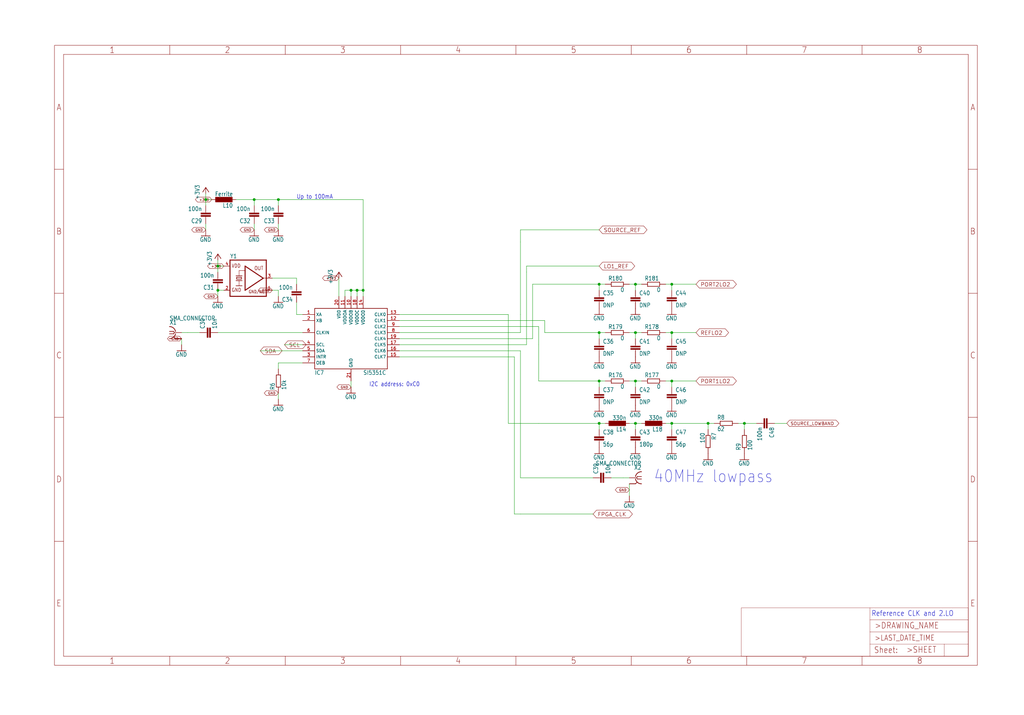
<source format=kicad_sch>
(kicad_sch (version 20210615) (generator eeschema)
  (paper "User" 429.793 300.279)
  (lib_symbols
    (symbol "VNA-eagle-import:+3V3" (power)
      (property "Value" "+3V3" (at -2.54 -5.08 90))
      (symbol "+3V3_1_0"
        (polyline (pts (xy 0 0) (xy -1.27 -1.905)) (stroke (width 0.254)))
        (polyline (pts (xy 1.27 -1.905) (xy 0 0)) (stroke (width 0.254)))
        (pin power_in line (at 0 -2.54 90) (length 2.54) (name "+3V3") (number "1"))
      )
    )
    (symbol "VNA-eagle-import:A3L-LOC"
      (symbol "A3L-LOC_0_0"
        (text "1" (at 24.2094 1.905 0) (effects (font (size 2.54 2.286))))
        (text "1" (at 24.2094 258.445 0) (effects (font (size 2.54 2.286))))
        (text "2" (at 72.6281 1.905 0) (effects (font (size 2.54 2.286))))
        (text "2" (at 72.6281 258.445 0) (effects (font (size 2.54 2.286))))
        (text "3" (at 121.0469 1.905 0) (effects (font (size 2.54 2.286))))
        (text "3" (at 121.0469 258.445 0) (effects (font (size 2.54 2.286))))
        (text "4" (at 169.4656 1.905 0) (effects (font (size 2.54 2.286))))
        (text "4" (at 169.4656 258.445 0) (effects (font (size 2.54 2.286))))
        (text "5" (at 217.8844 1.905 0) (effects (font (size 2.54 2.286))))
        (text "5" (at 217.8844 258.445 0) (effects (font (size 2.54 2.286))))
        (text "6" (at 266.3031 1.905 0) (effects (font (size 2.54 2.286))))
        (text "6" (at 266.3031 258.445 0) (effects (font (size 2.54 2.286))))
        (text "7" (at 314.7219 1.905 0) (effects (font (size 2.54 2.286))))
        (text "7" (at 314.7219 258.445 0) (effects (font (size 2.54 2.286))))
        (text "8" (at 363.1406 1.905 0) (effects (font (size 2.54 2.286))))
        (text "8" (at 363.1406 258.445 0) (effects (font (size 2.54 2.286))))
        (text "A" (at 1.905 234.315 0) (effects (font (size 2.54 2.286))))
        (text "A" (at 385.445 234.315 0) (effects (font (size 2.54 2.286))))
        (text "B" (at 1.905 182.245 0) (effects (font (size 2.54 2.286))))
        (text "B" (at 385.445 182.245 0) (effects (font (size 2.54 2.286))))
        (text "C" (at 1.905 130.175 0) (effects (font (size 2.54 2.286))))
        (text "C" (at 385.445 130.175 0) (effects (font (size 2.54 2.286))))
        (text "D" (at 1.905 78.105 0) (effects (font (size 2.54 2.286))))
        (text "D" (at 385.445 78.105 0) (effects (font (size 2.54 2.286))))
        (text "E" (at 1.905 26.035 0) (effects (font (size 2.54 2.286))))
        (text "E" (at 385.445 26.035 0) (effects (font (size 2.54 2.286))))
        (polyline (pts (xy 0 52.07) (xy 3.81 52.07)))
        (polyline (pts (xy 0 104.14) (xy 3.81 104.14)))
        (polyline (pts (xy 0 156.21) (xy 3.81 156.21)))
        (polyline (pts (xy 0 208.28) (xy 3.81 208.28)))
        (polyline (pts (xy 3.81 3.81) (xy 3.81 256.54)))
        (polyline (pts (xy 48.4188 0) (xy 48.4188 3.81)))
        (polyline (pts (xy 48.4188 256.54) (xy 48.4188 260.35)))
        (polyline (pts (xy 96.8375 0) (xy 96.8375 3.81)))
        (polyline (pts (xy 96.8375 256.54) (xy 96.8375 260.35)))
        (polyline (pts (xy 145.2563 0) (xy 145.2563 3.81)))
        (polyline (pts (xy 145.2563 256.54) (xy 145.2563 260.35)))
        (polyline (pts (xy 193.675 0) (xy 193.675 3.81)))
        (polyline (pts (xy 193.675 256.54) (xy 193.675 260.35)))
        (polyline (pts (xy 242.0938 0) (xy 242.0938 3.81)))
        (polyline (pts (xy 242.0938 256.54) (xy 242.0938 260.35)))
        (polyline (pts (xy 290.5125 0) (xy 290.5125 3.81)))
        (polyline (pts (xy 290.5125 256.54) (xy 290.5125 260.35)))
        (polyline (pts (xy 338.9313 0) (xy 338.9313 3.81)))
        (polyline (pts (xy 338.9313 256.54) (xy 338.9313 260.35)))
        (polyline (pts (xy 383.54 3.81) (xy 3.81 3.81)))
        (polyline (pts (xy 383.54 3.81) (xy 383.54 256.54)))
        (polyline (pts (xy 383.54 52.07) (xy 387.35 52.07)))
        (polyline (pts (xy 383.54 104.14) (xy 387.35 104.14)))
        (polyline (pts (xy 383.54 156.21) (xy 387.35 156.21)))
        (polyline (pts (xy 383.54 208.28) (xy 387.35 208.28)))
        (polyline (pts (xy 383.54 256.54) (xy 3.81 256.54)))
        (polyline (pts (xy 0 0) (xy 387.35 0) (xy 387.35 260.35) (xy 0 260.35) (xy 0 0)))
      )
      (symbol "A3L-LOC_1_0"
        (text ">DRAWING_NAME" (at 344.17 15.24 0) (effects (font (size 2.54 2.159)) (justify left bottom)))
        (text ">LAST_DATE_TIME" (at 344.17 10.16 0) (effects (font (size 2.286 1.9431)) (justify left bottom)))
        (text ">SHEET" (at 357.505 5.08 0) (effects (font (size 2.54 2.159)) (justify left bottom)))
        (text "Sheet:" (at 343.916 4.953 0) (effects (font (size 2.54 2.159)) (justify left bottom)))
        (polyline (pts (xy 288.29 3.81) (xy 288.29 24.13)) (stroke (width 0.1016)))
        (polyline (pts (xy 288.29 3.81) (xy 342.265 3.81)) (stroke (width 0.1016)))
        (polyline (pts (xy 288.29 24.13) (xy 342.265 24.13)) (stroke (width 0.1016)))
        (polyline (pts (xy 342.265 3.81) (xy 373.38 3.81)) (stroke (width 0.1016)))
        (polyline (pts (xy 342.265 8.89) (xy 342.265 3.81)) (stroke (width 0.1016)))
        (polyline (pts (xy 342.265 8.89) (xy 342.265 13.97)) (stroke (width 0.1016)))
        (polyline (pts (xy 342.265 13.97) (xy 342.265 19.05)) (stroke (width 0.1016)))
        (polyline (pts (xy 342.265 13.97) (xy 383.54 13.97)) (stroke (width 0.1016)))
        (polyline (pts (xy 342.265 19.05) (xy 342.265 24.13)) (stroke (width 0.1016)))
        (polyline (pts (xy 342.265 19.05) (xy 383.54 19.05)) (stroke (width 0.1016)))
        (polyline (pts (xy 342.265 24.13) (xy 383.54 24.13)) (stroke (width 0.1016)))
        (polyline (pts (xy 373.38 3.81) (xy 373.38 8.89)) (stroke (width 0.1016)))
        (polyline (pts (xy 373.38 3.81) (xy 383.54 3.81)) (stroke (width 0.1016)))
        (polyline (pts (xy 373.38 8.89) (xy 342.265 8.89)) (stroke (width 0.1016)))
        (polyline (pts (xy 373.38 8.89) (xy 383.54 8.89)) (stroke (width 0.1016)))
        (polyline (pts (xy 383.54 3.81) (xy 383.54 8.89)) (stroke (width 0.1016)))
        (polyline (pts (xy 383.54 8.89) (xy 383.54 13.97)) (stroke (width 0.1016)))
        (polyline (pts (xy 383.54 13.97) (xy 383.54 19.05)) (stroke (width 0.1016)))
        (polyline (pts (xy 383.54 19.05) (xy 383.54 24.13)) (stroke (width 0.1016)))
      )
    )
    (symbol "VNA-eagle-import:C-EU?_2C0402"
      (property "Reference" "C" (at 1.524 0.381 0))
      (property "Value" "C-EU?_2C0402" (at 1.524 -4.699 0))
      (symbol "C-EU?_2C0402_1_0"
        (rectangle (start -2.032 -2.032) (end 2.032 -1.524) (fill (type outline)))
        (rectangle (start -2.032 -1.016) (end 2.032 -0.508) (fill (type outline)))
        (polyline (pts (xy 0 -2.54) (xy 0 -2.032)) (stroke (width 0.1524)))
        (polyline (pts (xy 0 0) (xy 0 -0.508)) (stroke (width 0.1524)))
        (pin passive line (at 0 2.54 270) (length 2.54) (name "1") (number "1"))
        (pin passive line (at 0 -5.08 90) (length 2.54) (name "2") (number "2"))
      )
    )
    (symbol "VNA-eagle-import:FERRITE"
      (property "Reference" "L" (at -1.4986 -3.81 90))
      (property "Value" "FERRITE" (at 3.302 -3.81 90))
      (symbol "FERRITE_1_0"
        (rectangle (start -1.016 -3.556) (end 1.016 3.556) (fill (type outline)))
        (pin passive line (at 0 5.08 270) (length 2.54) (name "1") (number "1"))
        (pin passive line (at 0 -5.08 90) (length 2.54) (name "2") (number "2"))
      )
    )
    (symbol "VNA-eagle-import:GND" (power)
      (property "Value" "GND" (at -2.54 -2.54 0))
      (symbol "GND_1_0"
        (polyline (pts (xy -1.905 0) (xy 1.905 0)) (stroke (width 0.254)))
        (pin power_in line (at 0 2.54 270) (length 2.54) (name "GND") (number "1"))
      )
    )
    (symbol "VNA-eagle-import:INDUCTOR0402"
      (property "Reference" "L" (at -1.4986 -3.81 90))
      (property "Value" "INDUCTOR0402" (at 3.302 -3.81 90))
      (symbol "INDUCTOR0402_1_0"
        (rectangle (start -1.016 -3.556) (end 1.016 3.556) (fill (type outline)))
        (pin passive line (at 0 5.08 270) (length 2.54) (name "1") (number "1"))
        (pin passive line (at 0 -5.08 90) (length 2.54) (name "2") (number "2"))
      )
    )
    (symbol "VNA-eagle-import:KXO-TCXO-CMOS-86"
      (property "Reference" "Q" (at -7.62 8.255 0))
      (symbol "KXO-TCXO-CMOS-86_1_0"
        (text "GND" (at -6.985 -5.842 0) (effects (font (size 1.524 1.2954)) (justify left bottom)))
        (text "GND/NC" (at 6.985 -4.953 0) (effects (font (size 1.27 1.0795)) (justify right top)))
        (text "OUT" (at 2.54 3.302 0) (effects (font (size 1.524 1.2954)) (justify left bottom)))
        (text "VDD" (at -6.985 4.318 0) (effects (font (size 1.524 1.2954)) (justify left bottom)))
        (polyline (pts (xy -7.62 7.62) (xy -7.62 -7.62)) (stroke (width 0.4064)))
        (polyline (pts (xy -7.62 7.62) (xy 7.62 7.62)) (stroke (width 0.4064)))
        (polyline (pts (xy -5.08 -3.175) (xy -2.54 -3.175)) (stroke (width 0.254)))
        (polyline (pts (xy -5.08 -1.016) (xy -3.81 -1.016)) (stroke (width 0.254)))
        (polyline (pts (xy -5.08 1.016) (xy -2.54 1.016)) (stroke (width 0.254)))
        (polyline (pts (xy -4.826 -0.381) (xy -4.826 0.381)) (stroke (width 0.254)))
        (polyline (pts (xy -4.826 -0.381) (xy -2.794 -0.381)) (stroke (width 0.254)))
        (polyline (pts (xy -4.826 0.381) (xy -2.794 0.381)) (stroke (width 0.254)))
        (polyline (pts (xy -3.81 -3.175) (xy -3.81 -1.016)) (stroke (width 0.1524)))
        (polyline (pts (xy -3.81 -1.016) (xy -2.54 -1.016)) (stroke (width 0.254)))
        (polyline (pts (xy -3.81 1.016) (xy -3.81 3.175)) (stroke (width 0.1524)))
        (polyline (pts (xy -3.81 3.175) (xy -1.27 3.175)) (stroke (width 0.1524)))
        (polyline (pts (xy -2.794 0.381) (xy -2.794 -0.381)) (stroke (width 0.254)))
        (polyline (pts (xy -1.27 -5.08) (xy -1.27 3.175)) (stroke (width 0.4064)))
        (polyline (pts (xy -1.27 3.175) (xy -1.27 5.08)) (stroke (width 0.4064)))
        (polyline (pts (xy -1.27 5.08) (xy 6.35 0)) (stroke (width 0.4064)))
        (polyline (pts (xy 6.35 0) (xy -1.27 -5.08)) (stroke (width 0.4064)))
        (polyline (pts (xy 6.35 0) (xy 7.62 0)) (stroke (width 0.1524)))
        (polyline (pts (xy 7.62 -7.62) (xy -7.62 -7.62)) (stroke (width 0.4064)))
        (polyline (pts (xy 7.62 -7.62) (xy 7.62 0)) (stroke (width 0.4064)))
        (polyline (pts (xy 7.62 0) (xy 7.62 7.62)) (stroke (width 0.4064)))
        (pin power_in line (at 10.16 -5.08 180) (length 2.54) (name "GND/NC") (number "1"))
        (pin power_in line (at -10.16 -5.08 0) (length 2.54) (name "GND") (number "2"))
        (pin output line (at 10.16 0 180) (length 2.54) (name "OUT") (number "3"))
        (pin power_in line (at -10.16 5.08 0) (length 2.54) (name "VDD") (number "4"))
      )
    )
    (symbol "VNA-eagle-import:R-EU_R0402"
      (property "Reference" "R" (at -3.81 1.4986 0))
      (property "Value" "R-EU_R0402" (at -3.81 -3.302 0))
      (symbol "R-EU_R0402_1_0"
        (polyline (pts (xy -2.54 -0.889) (xy -2.54 0.889)) (stroke (width 0.254)))
        (polyline (pts (xy -2.54 -0.889) (xy 2.54 -0.889)) (stroke (width 0.254)))
        (polyline (pts (xy 2.54 -0.889) (xy 2.54 0.889)) (stroke (width 0.254)))
        (polyline (pts (xy 2.54 0.889) (xy -2.54 0.889)) (stroke (width 0.254)))
        (pin passive line (at -5.08 0 0) (length 2.54) (name "1") (number "1"))
        (pin passive line (at 5.08 0 180) (length 2.54) (name "2") (number "2"))
      )
    )
    (symbol "VNA-eagle-import:SI5351C"
      (property "Reference" "IC" (at -15.24 -15.24 0))
      (property "Value" "SI5351C" (at 5.08 -15.24 0))
      (symbol "SI5351C_1_0"
        (polyline (pts (xy -15.24 -12.7) (xy -15.24 12.7)) (stroke (width 0.254)))
        (polyline (pts (xy -15.24 12.7) (xy 15.24 12.7)) (stroke (width 0.254)))
        (polyline (pts (xy 15.24 -12.7) (xy -15.24 -12.7)) (stroke (width 0.254)))
        (polyline (pts (xy 15.24 12.7) (xy 15.24 -12.7)) (stroke (width 0.254)))
        (pin bidirectional line (at -20.32 10.16 0) (length 5.08) (name "XA") (number "1"))
        (pin bidirectional line (at 0 17.78 270) (length 5.08) (name "VDDOB") (number "10"))
        (pin bidirectional line (at -2.54 17.78 270) (length 5.08) (name "VDDOA") (number "11"))
        (pin bidirectional line (at 20.32 7.62 180) (length 5.08) (name "CLK1") (number "12"))
        (pin bidirectional line (at 20.32 10.16 180) (length 5.08) (name "CLK0") (number "13"))
        (pin bidirectional line (at 5.08 17.78 270) (length 5.08) (name "VDDOD") (number "14"))
        (pin bidirectional line (at 20.32 -7.62 180) (length 5.08) (name "CLK7") (number "15"))
        (pin bidirectional line (at 20.32 -5.08 180) (length 5.08) (name "CLK6") (number "16"))
        (pin bidirectional line (at 20.32 -2.54 180) (length 5.08) (name "CLK5") (number "17"))
        (pin bidirectional line (at 2.54 17.78 270) (length 5.08) (name "VDDOC") (number "18"))
        (pin bidirectional line (at 20.32 0 180) (length 5.08) (name "CLK4") (number "19"))
        (pin bidirectional line (at -20.32 7.62 0) (length 5.08) (name "XB") (number "2"))
        (pin bidirectional line (at -5.08 17.78 270) (length 5.08) (name "VDD") (number "20"))
        (pin bidirectional line (at 0 -17.78 90) (length 5.08) (name "GND") (number "21"))
        (pin bidirectional line (at -20.32 -7.62 0) (length 5.08) (name "INTR") (number "3"))
        (pin bidirectional line (at -20.32 -2.54 0) (length 5.08) (name "SCL") (number "4"))
        (pin bidirectional line (at -20.32 -5.08 0) (length 5.08) (name "SDA") (number "5"))
        (pin bidirectional line (at -20.32 2.54 0) (length 5.08) (name "CLKIN") (number "6"))
        (pin bidirectional line (at -20.32 -10.16 0) (length 5.08) (name "OEB") (number "7"))
        (pin bidirectional line (at 20.32 2.54 180) (length 5.08) (name "CLK3") (number "8"))
        (pin bidirectional line (at 20.32 5.08 180) (length 5.08) (name "CLK2") (number "9"))
      )
    )
    (symbol "VNA-eagle-import:SMA_CONNECTOR"
      (property "Reference" "X" (at -2.54 3.302 0))
      (property "Value" "SMA_CONNECTOR" (at -2.54 -5.08 0))
      (symbol "SMA_CONNECTOR_1_0"
        (arc (start 0 0.508) (end -2.54 2.54) (radius (at -2.4892 0) (length 2.5405) (angles 11.5 91.1)) (stroke (width 0.3048)))
        (arc (start -2.54 -2.54) (end 0 -0.508) (radius (at -2.4892 0) (length 2.5405) (angles -91.1 -11.5)) (stroke (width 0.3048)))
        (polyline (pts (xy -2.54 0.508) (xy -0.762 0.508)) (stroke (width 0.254)))
        (polyline (pts (xy -0.762 -0.508) (xy -2.54 -0.508)) (stroke (width 0.254)))
        (polyline (pts (xy -0.762 0.508) (xy -0.508 0)) (stroke (width 0.254)))
        (polyline (pts (xy -0.508 0) (xy -0.762 -0.508)) (stroke (width 0.254)))
        (polyline (pts (xy 0 -2.54) (xy -0.762 -1.778)) (stroke (width 0.254)))
        (polyline (pts (xy 0 0) (xy -0.508 0)) (stroke (width 0.1524)))
        (pin passive line (at 2.54 0 180) (length 2.54) (name "1") (number "1"))
        (pin passive line (at 2.54 -2.54 180) (length 2.54) (name "2") (number "G@1"))
        (pin passive line (at 2.54 -2.54 180) (length 2.54) (name "2") (number "G@2"))
        (pin passive line (at 2.54 -2.54 180) (length 2.54) (name "2") (number "G@3"))
        (pin passive line (at 2.54 -2.54 180) (length 2.54) (name "2") (number "G@4"))
      )
    )
  )
  (junction (at 86.36 83.82) (diameter 1.016))
  (junction (at 91.44 111.76) (diameter 1.016))
  (junction (at 91.44 121.92) (diameter 1.016))
  (junction (at 106.68 83.82) (diameter 1.016))
  (junction (at 116.84 83.82) (diameter 1.016))
  (junction (at 147.32 121.92) (diameter 1.016))
  (junction (at 149.86 121.92) (diameter 1.016))
  (junction (at 152.4 121.92) (diameter 1.016))
  (junction (at 251.46 119.38) (diameter 1.016))
  (junction (at 251.46 139.7) (diameter 1.016))
  (junction (at 251.46 160.02) (diameter 1.016))
  (junction (at 251.46 177.8) (diameter 1.016))
  (junction (at 266.7 119.38) (diameter 1.016))
  (junction (at 266.7 139.7) (diameter 1.016))
  (junction (at 266.7 160.02) (diameter 1.016))
  (junction (at 266.7 177.8) (diameter 1.016))
  (junction (at 281.94 119.38) (diameter 1.016))
  (junction (at 281.94 139.7) (diameter 1.016))
  (junction (at 281.94 160.02) (diameter 1.016))
  (junction (at 281.94 177.8) (diameter 1.016))
  (junction (at 297.18 177.8) (diameter 1.016))
  (junction (at 312.42 177.8) (diameter 1.016))
  (wire (pts (xy 76.2 139.7) (xy 78.74 139.7)))
  (wire (pts (xy 76.2 142.24) (xy 76.2 144.78)))
  (wire (pts (xy 83.82 139.7) (xy 78.74 139.7)))
  (wire (pts (xy 86.36 83.82) (xy 86.36 81.28)))
  (wire (pts (xy 86.36 86.36) (xy 86.36 83.82)))
  (wire (pts (xy 86.36 96.52) (xy 86.36 93.98)))
  (wire (pts (xy 88.9 83.82) (xy 86.36 83.82)))
  (wire (pts (xy 91.44 109.22) (xy 91.44 111.76)))
  (wire (pts (xy 91.44 111.76) (xy 91.44 114.3)))
  (wire (pts (xy 91.44 124.46) (xy 91.44 121.92)))
  (wire (pts (xy 93.98 111.76) (xy 91.44 111.76)))
  (wire (pts (xy 93.98 121.92) (xy 91.44 121.92)))
  (wire (pts (xy 99.06 83.82) (xy 106.68 83.82)))
  (wire (pts (xy 106.68 83.82) (xy 116.84 83.82)))
  (wire (pts (xy 106.68 86.36) (xy 106.68 83.82)))
  (wire (pts (xy 106.68 96.52) (xy 106.68 93.98)))
  (wire (pts (xy 114.3 116.84) (xy 124.46 116.84)))
  (wire (pts (xy 114.3 121.92) (xy 116.84 121.92)))
  (wire (pts (xy 116.84 83.82) (xy 127 83.82)))
  (wire (pts (xy 116.84 86.36) (xy 116.84 83.82)))
  (wire (pts (xy 116.84 96.52) (xy 116.84 93.98)))
  (wire (pts (xy 116.84 121.92) (xy 116.84 124.46)))
  (wire (pts (xy 116.84 152.4) (xy 127 152.4)))
  (wire (pts (xy 116.84 154.94) (xy 116.84 152.4)))
  (wire (pts (xy 116.84 165.1) (xy 116.84 167.64)))
  (wire (pts (xy 124.46 116.84) (xy 124.46 119.38)))
  (wire (pts (xy 124.46 132.08) (xy 124.46 127)))
  (wire (pts (xy 127 83.82) (xy 137.16 83.82)))
  (wire (pts (xy 127 132.08) (xy 124.46 132.08)))
  (wire (pts (xy 127 139.7) (xy 91.44 139.7)))
  (wire (pts (xy 127 144.78) (xy 119.38 144.78)))
  (wire (pts (xy 127 147.32) (xy 109.22 147.32)))
  (wire (pts (xy 137.16 83.82) (xy 152.4 83.82)))
  (wire (pts (xy 142.24 116.84) (xy 142.24 124.46)))
  (wire (pts (xy 144.78 121.92) (xy 147.32 121.92)))
  (wire (pts (xy 144.78 124.46) (xy 144.78 121.92)))
  (wire (pts (xy 147.32 121.92) (xy 149.86 121.92)))
  (wire (pts (xy 147.32 124.46) (xy 147.32 121.92)))
  (wire (pts (xy 147.32 162.56) (xy 147.32 160.02)))
  (wire (pts (xy 149.86 121.92) (xy 152.4 121.92)))
  (wire (pts (xy 149.86 124.46) (xy 149.86 121.92)))
  (wire (pts (xy 152.4 83.82) (xy 152.4 121.92)))
  (wire (pts (xy 152.4 121.92) (xy 152.4 124.46)))
  (wire (pts (xy 167.64 134.62) (xy 228.6 134.62)))
  (wire (pts (xy 167.64 137.16) (xy 226.06 137.16)))
  (wire (pts (xy 167.64 139.7) (xy 218.44 139.7)))
  (wire (pts (xy 167.64 142.24) (xy 223.52 142.24)))
  (wire (pts (xy 167.64 147.32) (xy 218.44 147.32)))
  (wire (pts (xy 167.64 149.86) (xy 215.9 149.86)))
  (wire (pts (xy 213.36 132.08) (xy 167.64 132.08)))
  (wire (pts (xy 213.36 177.8) (xy 213.36 132.08)))
  (wire (pts (xy 213.36 177.8) (xy 226.06 177.8)))
  (wire (pts (xy 215.9 149.86) (xy 215.9 215.9)))
  (wire (pts (xy 215.9 215.9) (xy 218.44 215.9)))
  (wire (pts (xy 218.44 96.52) (xy 251.46 96.52)))
  (wire (pts (xy 218.44 101.6) (xy 218.44 96.52)))
  (wire (pts (xy 218.44 132.08) (xy 218.44 101.6)))
  (wire (pts (xy 218.44 139.7) (xy 218.44 132.08)))
  (wire (pts (xy 218.44 147.32) (xy 218.44 200.66)))
  (wire (pts (xy 218.44 200.66) (xy 248.92 200.66)))
  (wire (pts (xy 218.44 215.9) (xy 248.92 215.9)))
  (wire (pts (xy 220.98 111.76) (xy 251.46 111.76)))
  (wire (pts (xy 220.98 114.3) (xy 220.98 111.76)))
  (wire (pts (xy 220.98 134.62) (xy 220.98 114.3)))
  (wire (pts (xy 220.98 137.16) (xy 220.98 134.62)))
  (wire (pts (xy 220.98 137.16) (xy 220.98 144.78)))
  (wire (pts (xy 220.98 144.78) (xy 167.64 144.78)))
  (wire (pts (xy 223.52 119.38) (xy 251.46 119.38)))
  (wire (pts (xy 223.52 142.24) (xy 223.52 119.38)))
  (wire (pts (xy 226.06 137.16) (xy 226.06 144.78)))
  (wire (pts (xy 226.06 144.78) (xy 226.06 160.02)))
  (wire (pts (xy 228.6 134.62) (xy 228.6 139.7)))
  (wire (pts (xy 251.46 119.38) (xy 251.46 121.92)))
  (wire (pts (xy 251.46 139.7) (xy 228.6 139.7)))
  (wire (pts (xy 251.46 139.7) (xy 251.46 142.24)))
  (wire (pts (xy 251.46 160.02) (xy 226.06 160.02)))
  (wire (pts (xy 251.46 160.02) (xy 251.46 162.56)))
  (wire (pts (xy 251.46 177.8) (xy 226.06 177.8)))
  (wire (pts (xy 251.46 177.8) (xy 251.46 180.34)))
  (wire (pts (xy 254 119.38) (xy 251.46 119.38)))
  (wire (pts (xy 254 139.7) (xy 251.46 139.7)))
  (wire (pts (xy 254 160.02) (xy 251.46 160.02)))
  (wire (pts (xy 254 177.8) (xy 251.46 177.8)))
  (wire (pts (xy 256.54 200.66) (xy 261.62 200.66)))
  (wire (pts (xy 261.62 200.66) (xy 264.16 200.66)))
  (wire (pts (xy 264.16 119.38) (xy 266.7 119.38)))
  (wire (pts (xy 264.16 139.7) (xy 266.7 139.7)))
  (wire (pts (xy 264.16 160.02) (xy 266.7 160.02)))
  (wire (pts (xy 264.16 177.8) (xy 266.7 177.8)))
  (wire (pts (xy 264.16 203.2) (xy 264.16 205.74)))
  (wire (pts (xy 264.16 205.74) (xy 264.16 208.28)))
  (wire (pts (xy 266.7 119.38) (xy 266.7 121.92)))
  (wire (pts (xy 266.7 119.38) (xy 269.24 119.38)))
  (wire (pts (xy 266.7 139.7) (xy 266.7 142.24)))
  (wire (pts (xy 266.7 139.7) (xy 269.24 139.7)))
  (wire (pts (xy 266.7 160.02) (xy 266.7 162.56)))
  (wire (pts (xy 266.7 160.02) (xy 269.24 160.02)))
  (wire (pts (xy 266.7 177.8) (xy 266.7 180.34)))
  (wire (pts (xy 266.7 177.8) (xy 269.24 177.8)))
  (wire (pts (xy 279.4 119.38) (xy 281.94 119.38)))
  (wire (pts (xy 279.4 139.7) (xy 281.94 139.7)))
  (wire (pts (xy 279.4 160.02) (xy 281.94 160.02)))
  (wire (pts (xy 279.4 177.8) (xy 281.94 177.8)))
  (wire (pts (xy 281.94 119.38) (xy 281.94 121.92)))
  (wire (pts (xy 281.94 119.38) (xy 292.1 119.38)))
  (wire (pts (xy 281.94 139.7) (xy 281.94 142.24)))
  (wire (pts (xy 281.94 139.7) (xy 292.1 139.7)))
  (wire (pts (xy 281.94 160.02) (xy 281.94 162.56)))
  (wire (pts (xy 281.94 160.02) (xy 292.1 160.02)))
  (wire (pts (xy 281.94 177.8) (xy 281.94 180.34)))
  (wire (pts (xy 281.94 177.8) (xy 297.18 177.8)))
  (wire (pts (xy 297.18 177.8) (xy 299.72 177.8)))
  (wire (pts (xy 297.18 180.34) (xy 297.18 177.8)))
  (wire (pts (xy 309.88 177.8) (xy 312.42 177.8)))
  (wire (pts (xy 312.42 177.8) (xy 317.5 177.8)))
  (wire (pts (xy 312.42 180.34) (xy 312.42 177.8)))
  (wire (pts (xy 325.12 177.8) (xy 330.2 177.8)))
  (text "Up to 100mA" (at 124.46 83.82 180) (effects (font (size 1.778 1.5113)) (justify left bottom)))
  (text "I2C address: 0xC0" (at 154.94 162.56 180) (effects (font (size 1.778 1.5113)) (justify left bottom)))
  (text "40MHz lowpass" (at 274.32 203.2 180) (effects (font (size 5.08 4.318)) (justify left bottom)))
  (text "Reference CLK and 2.LO" (at 365.76 259.08 180) (effects (font (size 2.1844 1.8567)) (justify left bottom)))
  (global_label "GND" (shape bidirectional) (at 76.2 142.24 180) (effects (font (size 1.016 1.016))) (property "Intersheet References" "${INTERSHEET_REFS}" (effects hide)))
  (global_label "GND" (shape bidirectional) (at 86.36 96.52 180) (effects (font (size 1.016 1.016))) (property "Intersheet References" "${INTERSHEET_REFS}" (effects hide)))
  (global_label "+3V3" (shape bidirectional) (at 88.9 83.82 180) (effects (font (size 1.016 1.016))) (property "Intersheet References" "${INTERSHEET_REFS}" (effects hide)))
  (global_label "GND" (shape bidirectional) (at 91.44 124.46 180) (effects (font (size 1.016 1.016))) (property "Intersheet References" "${INTERSHEET_REFS}" (effects hide)))
  (global_label "+3V3" (shape bidirectional) (at 93.98 111.76 180) (effects (font (size 1.016 1.016))) (property "Intersheet References" "${INTERSHEET_REFS}" (effects hide)))
  (global_label "GND" (shape bidirectional) (at 106.68 96.52 180) (effects (font (size 1.016 1.016))) (property "Intersheet References" "${INTERSHEET_REFS}" (effects hide)))
  (global_label "SDA" (shape bidirectional) (at 109.22 147.32 0) (effects (font (size 1.6383 1.6383))) (property "Intersheet References" "${INTERSHEET_REFS}" (effects hide)))
  (global_label "GND" (shape bidirectional) (at 114.3 121.92 180) (effects (font (size 1.016 1.016))) (property "Intersheet References" "${INTERSHEET_REFS}" (effects hide)))
  (global_label "GND" (shape bidirectional) (at 116.84 96.52 180) (effects (font (size 1.016 1.016))) (property "Intersheet References" "${INTERSHEET_REFS}" (effects hide)))
  (global_label "GND" (shape bidirectional) (at 116.84 165.1 180) (effects (font (size 1.016 1.016))) (property "Intersheet References" "${INTERSHEET_REFS}" (effects hide)))
  (global_label "SCL" (shape bidirectional) (at 119.38 144.78 0) (effects (font (size 1.6383 1.6383))) (property "Intersheet References" "${INTERSHEET_REFS}" (effects hide)))
  (global_label "+3V3" (shape bidirectional) (at 142.24 116.84 180) (effects (font (size 1.016 1.016))) (property "Intersheet References" "${INTERSHEET_REFS}" (effects hide)))
  (global_label "GND" (shape bidirectional) (at 147.32 162.56 180) (effects (font (size 1.016 1.016))) (property "Intersheet References" "${INTERSHEET_REFS}" (effects hide)))
  (global_label "FPGA_CLK" (shape bidirectional) (at 248.92 215.9 0) (effects (font (size 1.6383 1.6383))) (property "Intersheet References" "${INTERSHEET_REFS}" (effects hide)))
  (global_label "SOURCE_REF" (shape bidirectional) (at 251.46 96.52 0) (effects (font (size 1.6383 1.6383))) (property "Intersheet References" "${INTERSHEET_REFS}" (effects hide)))
  (global_label "LO1_REF" (shape bidirectional) (at 251.46 111.76 0) (effects (font (size 1.6383 1.6383))) (property "Intersheet References" "${INTERSHEET_REFS}" (effects hide)))
  (global_label "GND" (shape bidirectional) (at 264.16 205.74 180) (effects (font (size 1.016 1.016))) (property "Intersheet References" "${INTERSHEET_REFS}" (effects hide)))
  (global_label "PORT2LO2" (shape bidirectional) (at 292.1 119.38 0) (effects (font (size 1.6383 1.6383))) (property "Intersheet References" "${INTERSHEET_REFS}" (effects hide)))
  (global_label "REFLO2" (shape bidirectional) (at 292.1 139.7 0) (effects (font (size 1.6383 1.6383))) (property "Intersheet References" "${INTERSHEET_REFS}" (effects hide)))
  (global_label "PORT1LO2" (shape bidirectional) (at 292.1 160.02 0) (effects (font (size 1.6383 1.6383))) (property "Intersheet References" "${INTERSHEET_REFS}" (effects hide)))
  (global_label "SOURCE_LOWBAND" (shape bidirectional) (at 330.2 177.8 0) (effects (font (size 1.3335 1.3335))) (property "Intersheet References" "${INTERSHEET_REFS}" (effects hide)))
  (symbol (lib_id "VNA-eagle-import:+3V3") (at 86.36 78.74 0)
    (property "Reference" "#+3V32" (effects hide))
    (property "Value" "+3V3" (at 83.82 83.82 90) (effects (font (size 1.778 1.5113)) (justify left bottom)))
  )
  (symbol (lib_id "VNA-eagle-import:+3V3") (at 91.44 106.68 0)
    (property "Reference" "#+3V1" (effects hide))
    (property "Value" "+3V3" (at 88.9 111.76 90) (effects (font (size 1.778 1.5113)) (justify left bottom)))
  )
  (symbol (lib_id "VNA-eagle-import:+3V3") (at 142.24 114.3 0)
    (property "Reference" "#+3V33" (effects hide))
    (property "Value" "+3V3" (at 139.7 119.38 90) (effects (font (size 1.778 1.5113)) (justify left bottom)))
  )
  (symbol (lib_id "VNA-eagle-import:GND") (at 76.2 147.32 0)
    (property "Reference" "#GND42" (effects hide))
    (property "Value" "GND" (at 73.66 149.86 0) (effects (font (size 1.778 1.5113)) (justify left bottom)))
  )
  (symbol (lib_id "VNA-eagle-import:GND") (at 86.36 99.06 0)
    (property "Reference" "#GND43" (effects hide))
    (property "Value" "GND" (at 83.82 101.6 0) (effects (font (size 1.778 1.5113)) (justify left bottom)))
  )
  (symbol (lib_id "VNA-eagle-import:GND") (at 91.44 127 0)
    (property "Reference" "#GND45" (effects hide))
    (property "Value" "GND" (at 88.9 129.54 0) (effects (font (size 1.778 1.5113)) (justify left bottom)))
  )
  (symbol (lib_id "VNA-eagle-import:GND") (at 106.68 99.06 0)
    (property "Reference" "#GND44" (effects hide))
    (property "Value" "GND" (at 104.14 101.6 0) (effects (font (size 1.778 1.5113)) (justify left bottom)))
  )
  (symbol (lib_id "VNA-eagle-import:GND") (at 116.84 99.06 0)
    (property "Reference" "#GND46" (effects hide))
    (property "Value" "GND" (at 114.3 101.6 0) (effects (font (size 1.778 1.5113)) (justify left bottom)))
  )
  (symbol (lib_id "VNA-eagle-import:GND") (at 116.84 127 0)
    (property "Reference" "#GND262" (effects hide))
    (property "Value" "GND" (at 114.3 129.54 0) (effects (font (size 1.778 1.5113)) (justify left bottom)))
  )
  (symbol (lib_id "VNA-eagle-import:GND") (at 116.84 170.18 0)
    (property "Reference" "#GND47" (effects hide))
    (property "Value" "GND" (at 114.3 172.72 0) (effects (font (size 1.778 1.5113)) (justify left bottom)))
  )
  (symbol (lib_id "VNA-eagle-import:GND") (at 147.32 165.1 0)
    (property "Reference" "#GND48" (effects hide))
    (property "Value" "GND" (at 144.78 167.64 0) (effects (font (size 1.778 1.5113)) (justify left bottom)))
  )
  (symbol (lib_id "VNA-eagle-import:GND") (at 251.46 132.08 0)
    (property "Reference" "#GND49" (effects hide))
    (property "Value" "GND" (at 248.92 134.62 0) (effects (font (size 1.778 1.5113)) (justify left bottom)))
  )
  (symbol (lib_id "VNA-eagle-import:GND") (at 251.46 152.4 0)
    (property "Reference" "#GND50" (effects hide))
    (property "Value" "GND" (at 248.92 154.94 0) (effects (font (size 1.778 1.5113)) (justify left bottom)))
  )
  (symbol (lib_id "VNA-eagle-import:GND") (at 251.46 172.72 0)
    (property "Reference" "#GND51" (effects hide))
    (property "Value" "GND" (at 248.92 175.26 0) (effects (font (size 1.778 1.5113)) (justify left bottom)))
  )
  (symbol (lib_id "VNA-eagle-import:GND") (at 251.46 190.5 0)
    (property "Reference" "#GND52" (effects hide))
    (property "Value" "GND" (at 248.92 193.04 0) (effects (font (size 1.778 1.5113)) (justify left bottom)))
  )
  (symbol (lib_id "VNA-eagle-import:GND") (at 264.16 210.82 0)
    (property "Reference" "#GND53" (effects hide))
    (property "Value" "GND" (at 261.62 213.36 0) (effects (font (size 1.778 1.5113)) (justify left bottom)))
  )
  (symbol (lib_id "VNA-eagle-import:GND") (at 266.7 132.08 0)
    (property "Reference" "#GND54" (effects hide))
    (property "Value" "GND" (at 264.16 134.62 0) (effects (font (size 1.778 1.5113)) (justify left bottom)))
  )
  (symbol (lib_id "VNA-eagle-import:GND") (at 266.7 152.4 0)
    (property "Reference" "#GND55" (effects hide))
    (property "Value" "GND" (at 264.16 154.94 0) (effects (font (size 1.778 1.5113)) (justify left bottom)))
  )
  (symbol (lib_id "VNA-eagle-import:GND") (at 266.7 172.72 0)
    (property "Reference" "#GND56" (effects hide))
    (property "Value" "GND" (at 264.16 175.26 0) (effects (font (size 1.778 1.5113)) (justify left bottom)))
  )
  (symbol (lib_id "VNA-eagle-import:GND") (at 266.7 190.5 0)
    (property "Reference" "#GND57" (effects hide))
    (property "Value" "GND" (at 264.16 193.04 0) (effects (font (size 1.778 1.5113)) (justify left bottom)))
  )
  (symbol (lib_id "VNA-eagle-import:GND") (at 281.94 132.08 0)
    (property "Reference" "#GND58" (effects hide))
    (property "Value" "GND" (at 279.4 134.62 0) (effects (font (size 1.778 1.5113)) (justify left bottom)))
  )
  (symbol (lib_id "VNA-eagle-import:GND") (at 281.94 152.4 0)
    (property "Reference" "#GND59" (effects hide))
    (property "Value" "GND" (at 279.4 154.94 0) (effects (font (size 1.778 1.5113)) (justify left bottom)))
  )
  (symbol (lib_id "VNA-eagle-import:GND") (at 281.94 172.72 0)
    (property "Reference" "#GND60" (effects hide))
    (property "Value" "GND" (at 279.4 175.26 0) (effects (font (size 1.778 1.5113)) (justify left bottom)))
  )
  (symbol (lib_id "VNA-eagle-import:GND") (at 281.94 190.5 0)
    (property "Reference" "#GND61" (effects hide))
    (property "Value" "GND" (at 279.4 193.04 0) (effects (font (size 1.778 1.5113)) (justify left bottom)))
  )
  (symbol (lib_id "VNA-eagle-import:GND") (at 297.18 193.04 0)
    (property "Reference" "#GND62" (effects hide))
    (property "Value" "GND" (at 294.64 195.58 0) (effects (font (size 1.778 1.5113)) (justify left bottom)))
  )
  (symbol (lib_id "VNA-eagle-import:GND") (at 312.42 193.04 0)
    (property "Reference" "#GND63" (effects hide))
    (property "Value" "GND" (at 309.88 195.58 0) (effects (font (size 1.778 1.5113)) (justify left bottom)))
  )
  (symbol (lib_id "VNA-eagle-import:FERRITE") (at 93.98 83.82 90)
    (property "Reference" "L10" (at 97.79 85.3186 90) (effects (font (size 1.778 1.5113)) (justify left bottom)))
    (property "Value" "Ferrite" (at 97.79 80.518 90) (effects (font (size 1.778 1.5113)) (justify left bottom)))
    (property "Footprint" "R0402" (effects hide))
  )
  (symbol (lib_id "VNA-eagle-import:R-EU_R0402") (at 116.84 160.02 90)
    (property "Reference" "R6" (at 115.3414 163.83 0) (effects (font (size 1.778 1.5113)) (justify left bottom)))
    (property "Value" "10k" (at 120.142 163.83 0) (effects (font (size 1.778 1.5113)) (justify left bottom)))
    (property "Footprint" "R0402" (effects hide))
  )
  (symbol (lib_id "VNA-eagle-import:R-EU_R0402") (at 259.08 119.38 0)
    (property "Reference" "R180" (at 255.27 117.8814 0) (effects (font (size 1.778 1.5113)) (justify left bottom)))
    (property "Value" "0" (at 260.35 122.682 0) (effects (font (size 1.778 1.5113)) (justify left bottom)))
    (property "Footprint" "R0402" (effects hide))
  )
  (symbol (lib_id "VNA-eagle-import:R-EU_R0402") (at 259.08 139.7 0)
    (property "Reference" "R179" (at 255.27 138.2014 0) (effects (font (size 1.778 1.5113)) (justify left bottom)))
    (property "Value" "0" (at 260.35 143.002 0) (effects (font (size 1.778 1.5113)) (justify left bottom)))
    (property "Footprint" "R0402" (effects hide))
  )
  (symbol (lib_id "VNA-eagle-import:R-EU_R0402") (at 259.08 160.02 0)
    (property "Reference" "R176" (at 255.27 158.5214 0) (effects (font (size 1.778 1.5113)) (justify left bottom)))
    (property "Value" "0" (at 260.35 163.322 0) (effects (font (size 1.778 1.5113)) (justify left bottom)))
    (property "Footprint" "R0402" (effects hide))
  )
  (symbol (lib_id "VNA-eagle-import:INDUCTOR0402") (at 259.08 177.8 90)
    (property "Reference" "L14" (at 262.89 179.2986 90) (effects (font (size 1.778 1.5113)) (justify left bottom)))
    (property "Value" "330n" (at 262.89 174.498 90) (effects (font (size 1.778 1.5113)) (justify left bottom)))
    (property "Footprint" "L0402" (effects hide))
  )
  (symbol (lib_id "VNA-eagle-import:R-EU_R0402") (at 274.32 119.38 0)
    (property "Reference" "R181" (at 270.51 117.8814 0) (effects (font (size 1.778 1.5113)) (justify left bottom)))
    (property "Value" "0" (at 275.59 122.682 0) (effects (font (size 1.778 1.5113)) (justify left bottom)))
    (property "Footprint" "R0402" (effects hide))
  )
  (symbol (lib_id "VNA-eagle-import:R-EU_R0402") (at 274.32 139.7 0)
    (property "Reference" "R178" (at 270.51 138.2014 0) (effects (font (size 1.778 1.5113)) (justify left bottom)))
    (property "Value" "0" (at 275.59 143.002 0) (effects (font (size 1.778 1.5113)) (justify left bottom)))
    (property "Footprint" "R0402" (effects hide))
  )
  (symbol (lib_id "VNA-eagle-import:R-EU_R0402") (at 274.32 160.02 0)
    (property "Reference" "R177" (at 270.51 158.5214 0) (effects (font (size 1.778 1.5113)) (justify left bottom)))
    (property "Value" "0" (at 275.59 163.322 0) (effects (font (size 1.778 1.5113)) (justify left bottom)))
    (property "Footprint" "R0402" (effects hide))
  )
  (symbol (lib_id "VNA-eagle-import:INDUCTOR0402") (at 274.32 177.8 90)
    (property "Reference" "L18" (at 278.13 179.2986 90) (effects (font (size 1.778 1.5113)) (justify left bottom)))
    (property "Value" "330n" (at 278.13 174.498 90) (effects (font (size 1.778 1.5113)) (justify left bottom)))
    (property "Footprint" "L0402" (effects hide))
  )
  (symbol (lib_id "VNA-eagle-import:R-EU_R0402") (at 297.18 185.42 270)
    (property "Reference" "R7" (at 298.6786 181.61 0) (effects (font (size 1.778 1.5113)) (justify left bottom)))
    (property "Value" "100" (at 293.878 181.61 0) (effects (font (size 1.778 1.5113)) (justify left bottom)))
    (property "Footprint" "R0402" (effects hide))
  )
  (symbol (lib_id "VNA-eagle-import:R-EU_R0402") (at 304.8 177.8 0)
    (property "Reference" "R8" (at 300.99 176.3014 0) (effects (font (size 1.778 1.5113)) (justify left bottom)))
    (property "Value" "62" (at 300.99 181.102 0) (effects (font (size 1.778 1.5113)) (justify left bottom)))
    (property "Footprint" "R0402" (effects hide))
  )
  (symbol (lib_id "VNA-eagle-import:R-EU_R0402") (at 312.42 185.42 90)
    (property "Reference" "R9" (at 310.9214 189.23 0) (effects (font (size 1.778 1.5113)) (justify left bottom)))
    (property "Value" "100" (at 315.722 189.23 0) (effects (font (size 1.778 1.5113)) (justify left bottom)))
    (property "Footprint" "R0402" (effects hide))
  )
  (symbol (lib_id "VNA-eagle-import:SMA_CONNECTOR") (at 73.66 139.7 0)
    (property "Reference" "X1" (at 71.12 136.398 0) (effects (font (size 1.778 1.5113)) (justify left bottom)))
    (property "Value" "SMA_CONNECTOR" (at 71.12 134.62 0) (effects (font (size 1.778 1.5113)) (justify left bottom)))
    (property "Footprint" "J502-ND-142-0711-821_826" (effects hide))
  )
  (symbol (lib_id "VNA-eagle-import:SMA_CONNECTOR") (at 266.7 200.66 0) (mirror y)
    (property "Reference" "X2" (at 269.24 197.358 0) (effects (font (size 1.778 1.5113)) (justify left bottom)))
    (property "Value" "SMA_CONNECTOR" (at 269.24 195.58 0) (effects (font (size 1.778 1.5113)) (justify left bottom)))
    (property "Footprint" "J502-ND-142-0711-821_826" (effects hide))
  )
  (symbol (lib_id "VNA-eagle-import:C-EU?_2C0402") (at 86.36 91.44 180)
    (property "Reference" "C29" (at 84.836 91.821 0) (effects (font (size 1.778 1.5113)) (justify left bottom)))
    (property "Value" "100n" (at 84.836 86.741 0) (effects (font (size 1.778 1.5113)) (justify left bottom)))
    (property "Footprint" "C0402" (effects hide))
  )
  (symbol (lib_id "VNA-eagle-import:C-EU?_2C0402") (at 86.36 139.7 90)
    (property "Reference" "C30" (at 85.979 138.176 0) (effects (font (size 1.778 1.5113)) (justify left bottom)))
    (property "Value" "10n" (at 91.059 138.176 0) (effects (font (size 1.778 1.5113)) (justify left bottom)))
    (property "Footprint" "C0402" (effects hide))
  )
  (symbol (lib_id "VNA-eagle-import:C-EU?_2C0402") (at 91.44 119.38 180)
    (property "Reference" "C31" (at 89.916 119.761 0) (effects (font (size 1.778 1.5113)) (justify left bottom)))
    (property "Value" "100n" (at 89.916 114.681 0) (effects (font (size 1.778 1.5113)) (justify left bottom)))
    (property "Footprint" "C0402" (effects hide))
  )
  (symbol (lib_id "VNA-eagle-import:C-EU?_2C0402") (at 106.68 91.44 180)
    (property "Reference" "C32" (at 105.156 91.821 0) (effects (font (size 1.778 1.5113)) (justify left bottom)))
    (property "Value" "100n" (at 105.156 86.741 0) (effects (font (size 1.778 1.5113)) (justify left bottom)))
    (property "Footprint" "C0402" (effects hide))
  )
  (symbol (lib_id "VNA-eagle-import:C-EU?_2C0402") (at 116.84 91.44 180)
    (property "Reference" "C33" (at 115.316 91.821 0) (effects (font (size 1.778 1.5113)) (justify left bottom)))
    (property "Value" "100n" (at 115.316 86.741 0) (effects (font (size 1.778 1.5113)) (justify left bottom)))
    (property "Footprint" "C0402" (effects hide))
  )
  (symbol (lib_id "VNA-eagle-import:C-EU?_2C0402") (at 124.46 124.46 180)
    (property "Reference" "C34" (at 122.936 124.841 0) (effects (font (size 1.778 1.5113)) (justify left bottom)))
    (property "Value" "100n" (at 122.936 119.761 0) (effects (font (size 1.778 1.5113)) (justify left bottom)))
    (property "Footprint" "C0402" (effects hide))
  )
  (symbol (lib_id "VNA-eagle-import:C-EU?_2C0402") (at 251.46 124.46 0)
    (property "Reference" "C35" (at 252.984 124.079 0) (effects (font (size 1.778 1.5113)) (justify left bottom)))
    (property "Value" "DNP" (at 252.984 129.159 0) (effects (font (size 1.778 1.5113)) (justify left bottom)))
    (property "Footprint" "C0402" (effects hide))
  )
  (symbol (lib_id "VNA-eagle-import:C-EU?_2C0402") (at 251.46 144.78 0)
    (property "Reference" "C36" (at 252.984 144.399 0) (effects (font (size 1.778 1.5113)) (justify left bottom)))
    (property "Value" "DNP" (at 252.984 149.479 0) (effects (font (size 1.778 1.5113)) (justify left bottom)))
    (property "Footprint" "C0402" (effects hide))
  )
  (symbol (lib_id "VNA-eagle-import:C-EU?_2C0402") (at 251.46 165.1 0)
    (property "Reference" "C37" (at 252.984 164.719 0) (effects (font (size 1.778 1.5113)) (justify left bottom)))
    (property "Value" "DNP" (at 252.984 169.799 0) (effects (font (size 1.778 1.5113)) (justify left bottom)))
    (property "Footprint" "C0402" (effects hide))
  )
  (symbol (lib_id "VNA-eagle-import:C-EU?_2C0402") (at 251.46 182.88 0)
    (property "Reference" "C38" (at 252.984 182.499 0) (effects (font (size 1.778 1.5113)) (justify left bottom)))
    (property "Value" "56p" (at 252.984 187.579 0) (effects (font (size 1.778 1.5113)) (justify left bottom)))
    (property "Footprint" "C0402" (effects hide))
  )
  (symbol (lib_id "VNA-eagle-import:C-EU?_2C0402") (at 251.46 200.66 90)
    (property "Reference" "C39" (at 251.079 199.136 0) (effects (font (size 1.778 1.5113)) (justify left bottom)))
    (property "Value" "10n" (at 256.159 199.136 0) (effects (font (size 1.778 1.5113)) (justify left bottom)))
    (property "Footprint" "C0402" (effects hide))
  )
  (symbol (lib_id "VNA-eagle-import:C-EU?_2C0402") (at 266.7 124.46 0)
    (property "Reference" "C40" (at 268.224 124.079 0) (effects (font (size 1.778 1.5113)) (justify left bottom)))
    (property "Value" "DNP" (at 268.224 129.159 0) (effects (font (size 1.778 1.5113)) (justify left bottom)))
    (property "Footprint" "C0402" (effects hide))
  )
  (symbol (lib_id "VNA-eagle-import:C-EU?_2C0402") (at 266.7 144.78 0)
    (property "Reference" "C41" (at 268.224 144.399 0) (effects (font (size 1.778 1.5113)) (justify left bottom)))
    (property "Value" "DNP" (at 268.224 149.479 0) (effects (font (size 1.778 1.5113)) (justify left bottom)))
    (property "Footprint" "C0402" (effects hide))
  )
  (symbol (lib_id "VNA-eagle-import:C-EU?_2C0402") (at 266.7 165.1 0)
    (property "Reference" "C42" (at 268.224 164.719 0) (effects (font (size 1.778 1.5113)) (justify left bottom)))
    (property "Value" "DNP" (at 268.224 169.799 0) (effects (font (size 1.778 1.5113)) (justify left bottom)))
    (property "Footprint" "C0402" (effects hide))
  )
  (symbol (lib_id "VNA-eagle-import:C-EU?_2C0402") (at 266.7 182.88 0)
    (property "Reference" "C43" (at 268.224 182.499 0) (effects (font (size 1.778 1.5113)) (justify left bottom)))
    (property "Value" "180p" (at 268.224 187.579 0) (effects (font (size 1.778 1.5113)) (justify left bottom)))
    (property "Footprint" "C0402" (effects hide))
  )
  (symbol (lib_id "VNA-eagle-import:C-EU?_2C0402") (at 281.94 124.46 0)
    (property "Reference" "C44" (at 283.464 124.079 0) (effects (font (size 1.778 1.5113)) (justify left bottom)))
    (property "Value" "DNP" (at 283.464 129.159 0) (effects (font (size 1.778 1.5113)) (justify left bottom)))
    (property "Footprint" "C0402" (effects hide))
  )
  (symbol (lib_id "VNA-eagle-import:C-EU?_2C0402") (at 281.94 144.78 0)
    (property "Reference" "C45" (at 283.464 144.399 0) (effects (font (size 1.778 1.5113)) (justify left bottom)))
    (property "Value" "DNP" (at 283.464 149.479 0) (effects (font (size 1.778 1.5113)) (justify left bottom)))
    (property "Footprint" "C0402" (effects hide))
  )
  (symbol (lib_id "VNA-eagle-import:C-EU?_2C0402") (at 281.94 165.1 0)
    (property "Reference" "C46" (at 283.464 164.719 0) (effects (font (size 1.778 1.5113)) (justify left bottom)))
    (property "Value" "DNP" (at 283.464 169.799 0) (effects (font (size 1.778 1.5113)) (justify left bottom)))
    (property "Footprint" "C0402" (effects hide))
  )
  (symbol (lib_id "VNA-eagle-import:C-EU?_2C0402") (at 281.94 182.88 0)
    (property "Reference" "C47" (at 283.464 182.499 0) (effects (font (size 1.778 1.5113)) (justify left bottom)))
    (property "Value" "56p" (at 283.464 187.579 0) (effects (font (size 1.778 1.5113)) (justify left bottom)))
    (property "Footprint" "C0402" (effects hide))
  )
  (symbol (lib_id "VNA-eagle-import:C-EU?_2C0402") (at 322.58 177.8 270)
    (property "Reference" "C48" (at 322.961 179.324 0) (effects (font (size 1.778 1.5113)) (justify left bottom)))
    (property "Value" "100n" (at 317.881 179.324 0) (effects (font (size 1.778 1.5113)) (justify left bottom)))
    (property "Footprint" "C0402" (effects hide))
  )
  (symbol (lib_id "VNA-eagle-import:KXO-TCXO-CMOS-86") (at 104.14 116.84 0)
    (property "Reference" "Y1" (at 96.52 108.585 0) (effects (font (size 1.778 1.5113)) (justify left bottom)))
    (property "Value" "DSB221SDN/26MHz" (effects hide))
    (property "Footprint" "2.5X2.0_KXO-86-TCXO" (effects hide))
  )
  (symbol (lib_id "VNA-eagle-import:SI5351C") (at 147.32 142.24 0)
    (property "Reference" "IC7" (at 132.08 157.48 0) (effects (font (size 1.778 1.5113)) (justify left bottom)))
    (property "Value" "SI5351C" (at 152.4 157.48 0) (effects (font (size 1.778 1.5113)) (justify left bottom)))
    (property "Footprint" "QFN50P400X400X90-21T270N" (effects hide))
  )
  (symbol (lib_id "VNA-eagle-import:A3L-LOC") (at 22.86 279.4 0)
    (property "Reference" "#FRAME2" (effects hide))
    (property "Value" "A3L-LOC" (effects hide))
  )
)
</source>
